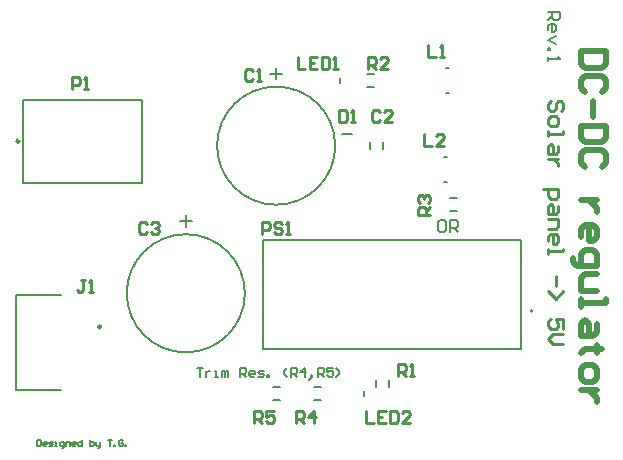
<source format=gto>
G04*
G04 #@! TF.GenerationSoftware,Altium Limited,Altium Designer,21.7.1 (17)*
G04*
G04 Layer_Color=65535*
%FSLAX24Y24*%
%MOIN*%
G70*
G04*
G04 #@! TF.SameCoordinates,156F93F5-282F-4AE9-AA7B-D440BB6AA61E*
G04*
G04*
G04 #@! TF.FilePolarity,Positive*
G04*
G01*
G75*
%ADD10C,0.0079*%
%ADD11C,0.0098*%
%ADD12C,0.0050*%
%ADD13C,0.0059*%
%ADD14C,0.0070*%
%ADD15C,0.0100*%
%ADD16C,0.0197*%
D10*
X7185Y5315D02*
G03*
X7185Y5315I-1969J0D01*
G01*
X16772Y4724D02*
G03*
X16772Y4724I-39J0D01*
G01*
X10197Y10236D02*
G03*
X10197Y10236I-1969J0D01*
G01*
X-197Y9006D02*
Y11762D01*
X3760D01*
Y9006D02*
Y11762D01*
X-197Y9006D02*
X3760D01*
X-441Y5270D02*
X1043D01*
X-441D02*
X399D01*
X-441Y2105D02*
Y5270D01*
Y2105D02*
X1043D01*
X13898Y11984D02*
X13976D01*
X13898Y12819D02*
X13976D01*
X13839Y9032D02*
X13917D01*
X13839Y9866D02*
X13917D01*
X17303Y14685D02*
X17697D01*
Y14488D01*
X17631Y14423D01*
X17500D01*
X17434Y14488D01*
Y14685D01*
Y14554D02*
X17303Y14423D01*
Y14095D02*
Y14226D01*
X17369Y14291D01*
X17500D01*
X17566Y14226D01*
Y14095D01*
X17500Y14029D01*
X17434D01*
Y14291D01*
X17566Y13898D02*
X17303Y13767D01*
X17566Y13636D01*
X17303Y13504D02*
X17369D01*
Y13439D01*
X17303D01*
Y13504D01*
Y13176D02*
Y13045D01*
Y13111D01*
X17697D01*
X17631Y13176D01*
X13622Y7695D02*
X13689Y7762D01*
X13822D01*
X13889Y7695D01*
Y7429D01*
X13822Y7362D01*
X13689D01*
X13622Y7429D01*
Y7695D01*
X14022Y7362D02*
Y7762D01*
X14222D01*
X14289Y7695D01*
Y7562D01*
X14222Y7495D01*
X14022D01*
X14155D02*
X14289Y7362D01*
D11*
X-335Y10384D02*
G03*
X-335Y10384I-49J0D01*
G01*
X2392Y4199D02*
G03*
X2392Y4199I-49J0D01*
G01*
D12*
X16378Y3465D02*
Y7087D01*
X7795D02*
X16378D01*
X7795Y3465D02*
Y7087D01*
Y3465D02*
X16378D01*
X247Y415D02*
Y215D01*
X347D01*
X380Y248D01*
Y382D01*
X347Y415D01*
X247D01*
X547Y215D02*
X480D01*
X447Y248D01*
Y315D01*
X480Y348D01*
X547D01*
X580Y315D01*
Y282D01*
X447D01*
X647Y215D02*
X747D01*
X780Y248D01*
X747Y282D01*
X680D01*
X647Y315D01*
X680Y348D01*
X780D01*
X847Y215D02*
X913D01*
X880D01*
Y348D01*
X847D01*
X1080Y148D02*
X1113D01*
X1147Y182D01*
Y348D01*
X1047D01*
X1013Y315D01*
Y248D01*
X1047Y215D01*
X1147D01*
X1213D02*
Y348D01*
X1313D01*
X1346Y315D01*
Y215D01*
X1513D02*
X1446D01*
X1413Y248D01*
Y315D01*
X1446Y348D01*
X1513D01*
X1546Y315D01*
Y282D01*
X1413D01*
X1746Y415D02*
Y215D01*
X1646D01*
X1613Y248D01*
Y315D01*
X1646Y348D01*
X1746D01*
X2013Y415D02*
Y215D01*
X2113D01*
X2146Y248D01*
Y282D01*
Y315D01*
X2113Y348D01*
X2013D01*
X2213D02*
Y248D01*
X2246Y215D01*
X2346D01*
Y182D01*
X2313Y148D01*
X2280D01*
X2346Y215D02*
Y348D01*
X2613Y415D02*
X2746D01*
X2679D01*
Y215D01*
X2813D02*
Y248D01*
X2846D01*
Y215D01*
X2813D01*
X3113Y382D02*
X3079Y415D01*
X3013D01*
X2979Y382D01*
Y248D01*
X3013Y215D01*
X3079D01*
X3113Y248D01*
Y315D01*
X3046D01*
X3179Y215D02*
Y248D01*
X3213D01*
Y215D01*
X3179D01*
D13*
X14016Y8484D02*
X14252D01*
X14016Y8051D02*
X14252D01*
X11260Y12185D02*
X11496D01*
X11260Y12618D02*
X11496D01*
X9488Y1752D02*
X9724D01*
X9488Y2185D02*
X9724D01*
X8110D02*
X8346D01*
X8110Y1752D02*
X8346D01*
X11988Y2205D02*
Y2441D01*
X11555Y2205D02*
Y2441D01*
X11142Y1890D02*
Y2047D01*
X10354Y12323D02*
Y12480D01*
X11791Y10118D02*
Y10354D01*
X11358Y10118D02*
Y10354D01*
X10433Y10610D02*
X10748D01*
X5212Y7915D02*
Y7521D01*
X5408Y7718D02*
X5015D01*
X8224Y12836D02*
Y12443D01*
X8420Y12639D02*
X8027D01*
D14*
X5582Y2832D02*
X5782D01*
X5682D01*
Y2532D01*
X5882Y2732D02*
Y2532D01*
Y2632D01*
X5932Y2682D01*
X5982Y2732D01*
X6032D01*
X6182Y2532D02*
X6282D01*
X6232D01*
Y2732D01*
X6182D01*
X6432Y2532D02*
Y2732D01*
X6482D01*
X6532Y2682D01*
Y2532D01*
Y2682D01*
X6581Y2732D01*
X6631Y2682D01*
Y2532D01*
X7031D02*
Y2832D01*
X7181D01*
X7231Y2782D01*
Y2682D01*
X7181Y2632D01*
X7031D01*
X7131D02*
X7231Y2532D01*
X7481D02*
X7381D01*
X7331Y2582D01*
Y2682D01*
X7381Y2732D01*
X7481D01*
X7531Y2682D01*
Y2632D01*
X7331D01*
X7631Y2532D02*
X7781D01*
X7831Y2582D01*
X7781Y2632D01*
X7681D01*
X7631Y2682D01*
X7681Y2732D01*
X7831D01*
X7931Y2532D02*
Y2582D01*
X7981D01*
Y2532D01*
X7931D01*
X8581D02*
X8481Y2632D01*
Y2732D01*
X8581Y2832D01*
X8731Y2532D02*
Y2832D01*
X8881D01*
X8931Y2782D01*
Y2682D01*
X8881Y2632D01*
X8731D01*
X8831D02*
X8931Y2532D01*
X9181D02*
Y2832D01*
X9031Y2682D01*
X9231D01*
X9381Y2482D02*
X9431Y2532D01*
Y2582D01*
X9381D01*
Y2532D01*
X9431D01*
X9381Y2482D01*
X9331Y2432D01*
X9631Y2532D02*
Y2832D01*
X9780D01*
X9830Y2782D01*
Y2682D01*
X9780Y2632D01*
X9631D01*
X9730D02*
X9830Y2532D01*
X10130Y2832D02*
X9930D01*
Y2682D01*
X10030Y2732D01*
X10080D01*
X10130Y2682D01*
Y2582D01*
X10080Y2532D01*
X9980D01*
X9930Y2582D01*
X10230Y2532D02*
X10330Y2632D01*
Y2732D01*
X10230Y2832D01*
D15*
X3933Y7633D02*
X3867Y7700D01*
X3733D01*
X3667Y7633D01*
Y7367D01*
X3733Y7300D01*
X3867D01*
X3933Y7367D01*
X4067Y7633D02*
X4133Y7700D01*
X4267D01*
X4333Y7633D01*
Y7567D01*
X4267Y7500D01*
X4200D01*
X4267D01*
X4333Y7433D01*
Y7367D01*
X4267Y7300D01*
X4133D01*
X4067Y7367D01*
X1426Y12133D02*
Y12533D01*
X1626D01*
X1693Y12466D01*
Y12333D01*
X1626Y12266D01*
X1426D01*
X1826Y12133D02*
X1959D01*
X1893D01*
Y12533D01*
X1826Y12466D01*
X17711Y11378D02*
X17794Y11461D01*
Y11628D01*
X17711Y11711D01*
X17627D01*
X17544Y11628D01*
Y11461D01*
X17461Y11378D01*
X17377D01*
X17294Y11461D01*
Y11628D01*
X17377Y11711D01*
X17294Y11128D02*
Y10961D01*
X17377Y10878D01*
X17544D01*
X17627Y10961D01*
Y11128D01*
X17544Y11211D01*
X17377D01*
X17294Y11128D01*
Y10711D02*
Y10545D01*
Y10628D01*
X17794D01*
Y10711D01*
X17627Y10212D02*
Y10045D01*
X17544Y9962D01*
X17294D01*
Y10212D01*
X17377Y10295D01*
X17461Y10212D01*
Y9962D01*
X17627Y9795D02*
X17294D01*
X17461D01*
X17544Y9712D01*
X17627Y9628D01*
Y9545D01*
X17128Y8795D02*
X17627D01*
Y8545D01*
X17544Y8462D01*
X17377D01*
X17294Y8545D01*
Y8795D01*
X17627Y8212D02*
Y8046D01*
X17544Y7962D01*
X17294D01*
Y8212D01*
X17377Y8295D01*
X17461Y8212D01*
Y7962D01*
X17294Y7796D02*
X17627D01*
Y7546D01*
X17544Y7462D01*
X17294D01*
Y7046D02*
Y7212D01*
X17377Y7296D01*
X17544D01*
X17627Y7212D01*
Y7046D01*
X17544Y6963D01*
X17461D01*
Y7296D01*
X17294Y6796D02*
Y6629D01*
Y6713D01*
X17794D01*
Y6796D01*
X17544Y5880D02*
Y5546D01*
X17294Y5380D02*
X17544Y5130D01*
X17794Y5380D01*
Y4130D02*
Y4463D01*
X17544D01*
X17627Y4297D01*
Y4213D01*
X17544Y4130D01*
X17377D01*
X17294Y4213D01*
Y4380D01*
X17377Y4463D01*
X17794Y3964D02*
X17461D01*
X17294Y3797D01*
X17461Y3630D01*
X17794D01*
X10324Y11420D02*
Y11021D01*
X10524D01*
X10591Y11087D01*
Y11354D01*
X10524Y11420D01*
X10324D01*
X10724Y11021D02*
X10857D01*
X10790D01*
Y11420D01*
X10724Y11354D01*
X7501Y981D02*
Y1381D01*
X7701D01*
X7768Y1314D01*
Y1181D01*
X7701Y1114D01*
X7501D01*
X7635D02*
X7768Y981D01*
X8168Y1381D02*
X7901D01*
Y1181D01*
X8035Y1248D01*
X8101D01*
X8168Y1181D01*
Y1048D01*
X8101Y981D01*
X7968D01*
X7901Y1048D01*
X8879Y981D02*
Y1381D01*
X9079D01*
X9146Y1314D01*
Y1181D01*
X9079Y1114D01*
X8879D01*
X9013D02*
X9146Y981D01*
X9479D02*
Y1381D01*
X9279Y1181D01*
X9546D01*
X13350Y7934D02*
X12950D01*
Y8134D01*
X13016Y8201D01*
X13150D01*
X13216Y8134D01*
Y7934D01*
Y8068D02*
X13350Y8201D01*
X13016Y8334D02*
X12950Y8401D01*
Y8534D01*
X13016Y8601D01*
X13083D01*
X13150Y8534D01*
Y8468D01*
Y8534D01*
X13216Y8601D01*
X13283D01*
X13350Y8534D01*
Y8401D01*
X13283Y8334D01*
X11281Y12792D02*
Y13192D01*
X11481D01*
X11548Y13125D01*
Y12992D01*
X11481Y12925D01*
X11281D01*
X11414D02*
X11548Y12792D01*
X11947D02*
X11681D01*
X11947Y13059D01*
Y13125D01*
X11881Y13192D01*
X11747D01*
X11681Y13125D01*
X12292Y2556D02*
Y2956D01*
X12492D01*
X12559Y2889D01*
Y2756D01*
X12492Y2689D01*
X12292D01*
X12426D02*
X12559Y2556D01*
X12692D02*
X12826D01*
X12759D01*
Y2956D01*
X12692Y2889D01*
X7762Y7280D02*
Y7680D01*
X7962D01*
X8028Y7614D01*
Y7480D01*
X7962Y7414D01*
X7762D01*
X8428Y7614D02*
X8362Y7680D01*
X8228D01*
X8162Y7614D01*
Y7547D01*
X8228Y7480D01*
X8362D01*
X8428Y7414D01*
Y7347D01*
X8362Y7280D01*
X8228D01*
X8162Y7347D01*
X8562Y7280D02*
X8695D01*
X8628D01*
Y7680D01*
X8562Y7614D01*
X11235Y1381D02*
Y981D01*
X11502D01*
X11902Y1381D02*
X11635D01*
Y981D01*
X11902D01*
X11635Y1181D02*
X11769D01*
X12035Y1381D02*
Y981D01*
X12235D01*
X12302Y1048D01*
Y1314D01*
X12235Y1381D01*
X12035D01*
X12702Y981D02*
X12435D01*
X12702Y1248D01*
Y1314D01*
X12635Y1381D01*
X12502D01*
X12435Y1314D01*
X8940Y13192D02*
Y12792D01*
X9206D01*
X9606Y13192D02*
X9340D01*
Y12792D01*
X9606D01*
X9340Y12992D02*
X9473D01*
X9740Y13192D02*
Y12792D01*
X9940D01*
X10006Y12859D01*
Y13125D01*
X9940Y13192D01*
X9740D01*
X10139Y12792D02*
X10273D01*
X10206D01*
Y13192D01*
X10139Y13125D01*
X13151Y10633D02*
Y10233D01*
X13418D01*
X13817D02*
X13551D01*
X13817Y10500D01*
Y10566D01*
X13751Y10633D01*
X13618D01*
X13551Y10566D01*
X13277Y13586D02*
Y13186D01*
X13543D01*
X13677D02*
X13810D01*
X13743D01*
Y13586D01*
X13677Y13519D01*
X1850Y5767D02*
X1717D01*
X1784D01*
Y5434D01*
X1717Y5367D01*
X1650D01*
X1584Y5434D01*
X1984Y5367D02*
X2117D01*
X2050D01*
Y5767D01*
X1984Y5701D01*
X11705Y11354D02*
X11638Y11420D01*
X11505D01*
X11438Y11354D01*
Y11087D01*
X11505Y11021D01*
X11638D01*
X11705Y11087D01*
X12105Y11021D02*
X11838D01*
X12105Y11287D01*
Y11354D01*
X12038Y11420D01*
X11905D01*
X11838Y11354D01*
X7441Y12732D02*
X7374Y12798D01*
X7241D01*
X7174Y12732D01*
Y12465D01*
X7241Y12398D01*
X7374D01*
X7441Y12465D01*
X7574Y12398D02*
X7708D01*
X7641D01*
Y12798D01*
X7574Y12732D01*
D16*
X19212Y13386D02*
X18386D01*
Y12973D01*
X18523Y12835D01*
X19074D01*
X19212Y12973D01*
Y13386D01*
X19074Y12008D02*
X19212Y12146D01*
Y12422D01*
X19074Y12559D01*
X18523D01*
X18386Y12422D01*
Y12146D01*
X18523Y12008D01*
X18799Y11733D02*
Y11182D01*
X19212Y10906D02*
X18386D01*
Y10493D01*
X18523Y10355D01*
X19074D01*
X19212Y10493D01*
Y10906D01*
X19074Y9529D02*
X19212Y9667D01*
Y9942D01*
X19074Y10080D01*
X18523D01*
X18386Y9942D01*
Y9667D01*
X18523Y9529D01*
X18937Y8427D02*
X18386D01*
X18661D01*
X18799Y8289D01*
X18937Y8151D01*
Y8014D01*
X18386Y7187D02*
Y7463D01*
X18523Y7600D01*
X18799D01*
X18937Y7463D01*
Y7187D01*
X18799Y7049D01*
X18661D01*
Y7600D01*
X18110Y6498D02*
Y6361D01*
X18248Y6223D01*
X18937D01*
Y6636D01*
X18799Y6774D01*
X18523D01*
X18386Y6636D01*
Y6223D01*
X18937Y5947D02*
X18523D01*
X18386Y5810D01*
Y5396D01*
X18937D01*
X18386Y5121D02*
Y4845D01*
Y4983D01*
X19212D01*
Y5121D01*
X18937Y4294D02*
Y4019D01*
X18799Y3881D01*
X18386D01*
Y4294D01*
X18523Y4432D01*
X18661Y4294D01*
Y3881D01*
X19074Y3468D02*
X18937D01*
Y3606D01*
Y3330D01*
Y3468D01*
X18523D01*
X18386Y3330D01*
Y2779D02*
Y2504D01*
X18523Y2366D01*
X18799D01*
X18937Y2504D01*
Y2779D01*
X18799Y2917D01*
X18523D01*
X18386Y2779D01*
X18937Y2090D02*
X18386D01*
X18661D01*
X18799Y1953D01*
X18937Y1815D01*
Y1677D01*
M02*

</source>
